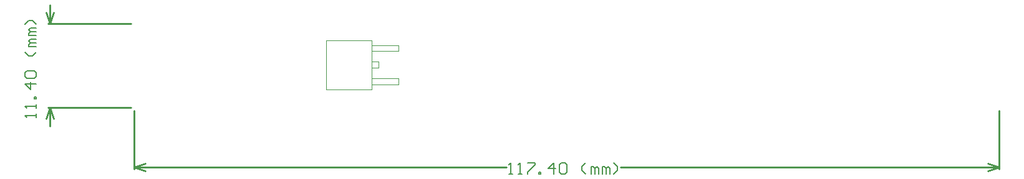
<source format=gm1>
%FSAX43Y43*%
%MOMM*%
G71*
G01*
G75*
G04 Layer_Color=16711935*
%ADD10R,3.400X2.200*%
%ADD11R,1.219X0.889*%
%ADD12R,6.502X6.731*%
%ADD13R,1.300X1.500*%
%ADD14R,1.500X1.300*%
%ADD15C,0.300*%
%ADD16C,1.500*%
%ADD17R,1.500X1.500*%
%ADD18R,1.500X1.500*%
%ADD19C,2.000*%
%ADD20O,1.524X3.240*%
%ADD21C,1.600*%
%ADD22C,0.600*%
%ADD23C,0.250*%
%ADD24C,0.200*%
%ADD25C,0.152*%
%ADD26C,0.254*%
%ADD27R,3.603X2.403*%
%ADD28R,1.422X1.092*%
%ADD29R,6.706X6.934*%
%ADD30R,1.503X1.703*%
%ADD31R,1.703X1.503*%
%ADD32C,1.703*%
%ADD33R,1.703X1.703*%
%ADD34R,1.703X1.703*%
%ADD35C,2.203*%
%ADD36O,1.727X3.443*%
%ADD37C,1.803*%
%ADD38C,0.000*%
D25*
X0103030Y0068428D02*
X0103538D01*
X0103284D01*
Y0069951D01*
X0103030Y0069697D01*
X0104300Y0068428D02*
X0104807D01*
X0104553D01*
Y0069951D01*
X0104300Y0069697D01*
X0105569Y0069951D02*
X0106585D01*
Y0069697D01*
X0105569Y0068682D01*
Y0068428D01*
X0107093D02*
Y0068682D01*
X0107347D01*
Y0068428D01*
X0107093D01*
X0109124D02*
Y0069951D01*
X0108362Y0069190D01*
X0109378D01*
X0109886Y0069697D02*
X0110140Y0069951D01*
X0110648D01*
X0110901Y0069697D01*
Y0068682D01*
X0110648Y0068428D01*
X0110140D01*
X0109886Y0068682D01*
Y0069697D01*
X0113441Y0068428D02*
X0112933Y0068936D01*
Y0069444D01*
X0113441Y0069951D01*
X0114202Y0068428D02*
Y0069444D01*
X0114456D01*
X0114710Y0069190D01*
Y0068428D01*
Y0069190D01*
X0114964Y0069444D01*
X0115218Y0069190D01*
Y0068428D01*
X0115726D02*
Y0069444D01*
X0115980D01*
X0116234Y0069190D01*
Y0068428D01*
Y0069190D01*
X0116488Y0069444D01*
X0116742Y0069190D01*
Y0068428D01*
X0117249D02*
X0117757Y0068936D01*
Y0069444D01*
X0117249Y0069951D01*
X0038812Y0076192D02*
Y0076700D01*
Y0076446D01*
X0037288D01*
X0037542Y0076192D01*
X0038812Y0077461D02*
Y0077969D01*
Y0077715D01*
X0037288D01*
X0037542Y0077461D01*
X0038812Y0078731D02*
X0038558D01*
Y0078985D01*
X0038812D01*
Y0078731D01*
Y0080762D02*
X0037288D01*
X0038050Y0080001D01*
Y0081016D01*
X0037542Y0081524D02*
X0037288Y0081778D01*
Y0082286D01*
X0037542Y0082540D01*
X0038558D01*
X0038812Y0082286D01*
Y0081778D01*
X0038558Y0081524D01*
X0037542D01*
X0038812Y0085079D02*
X0038304Y0084571D01*
X0037796D01*
X0037288Y0085079D01*
X0038812Y0085841D02*
X0037796D01*
Y0086095D01*
X0038050Y0086348D01*
X0038812D01*
X0038050D01*
X0037796Y0086602D01*
X0038050Y0086856D01*
X0038812D01*
Y0087364D02*
X0037796D01*
Y0087618D01*
X0038050Y0087872D01*
X0038812D01*
X0038050D01*
X0037796Y0088126D01*
X0038050Y0088380D01*
X0038812D01*
Y0088888D02*
X0038304Y0089395D01*
X0037796D01*
X0037288Y0088888D01*
D26*
X0169500Y0069088D02*
Y0077096D01*
X0052100Y0069088D02*
Y0077096D01*
X0118164Y0069342D02*
X0169500D01*
X0052100D02*
X0102624D01*
X0167976Y0069850D02*
X0169500Y0069342D01*
X0167976Y0068834D02*
X0169500Y0069342D01*
X0052100D02*
X0053624Y0068834D01*
X0052100Y0069342D02*
X0053624Y0069850D01*
X0040386Y0088900D02*
X0051696D01*
X0040386Y0077500D02*
X0051696D01*
X0040640Y0074960D02*
Y0077500D01*
Y0088900D02*
Y0091440D01*
X0040132Y0075976D02*
X0040640Y0077500D01*
X0041148Y0075976D01*
X0040640Y0088900D02*
X0041148Y0090424D01*
X0040132D02*
X0040640Y0088900D01*
D38*
X0078181Y0079947D02*
X0084379D01*
X0078181D02*
Y0086677D01*
X0084379D01*
Y0079947D02*
Y0086677D01*
Y0083731D02*
X0085319D01*
Y0082893D02*
Y0083731D01*
X0084379Y0082893D02*
X0085319D01*
X0084379Y0086016D02*
X0088036D01*
Y0085178D02*
Y0086016D01*
X0084379Y0085178D02*
X0088036D01*
X0084379D02*
Y0086016D01*
Y0081446D02*
X0088036D01*
Y0080608D02*
Y0081446D01*
X0084379Y0080608D02*
X0088036D01*
X0084379D02*
Y0081446D01*
M02*

</source>
